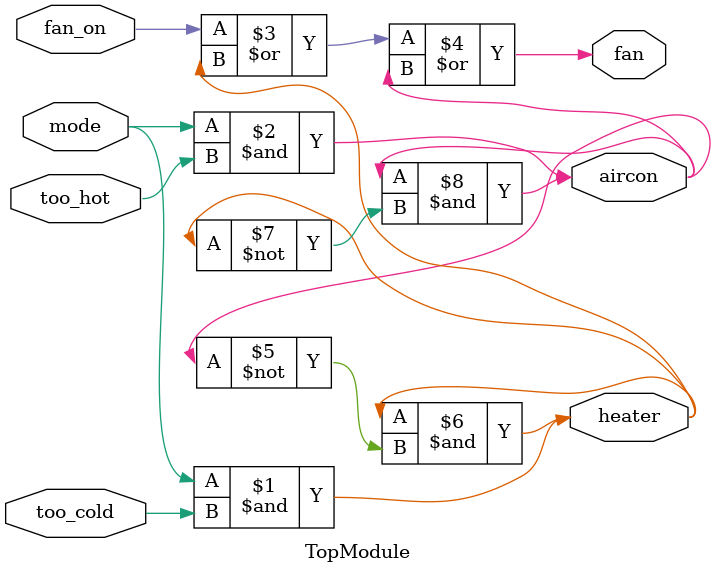
<source format=v>
module TopModule (
  input mode,
  input too_cold,
  input too_hot,
  input fan_on,
  output heater,
  output aircon,
  output fan
);

  assign heater = mode & too_cold;
  assign aircon = mode & too_hot;
  assign fan = fan_on | heater | aircon;

  // Ensure heater and aircon are not active simultaneously
  assign heater = heater & ~aircon;
  assign aircon = aircon & ~heater;

endmodule
</source>
